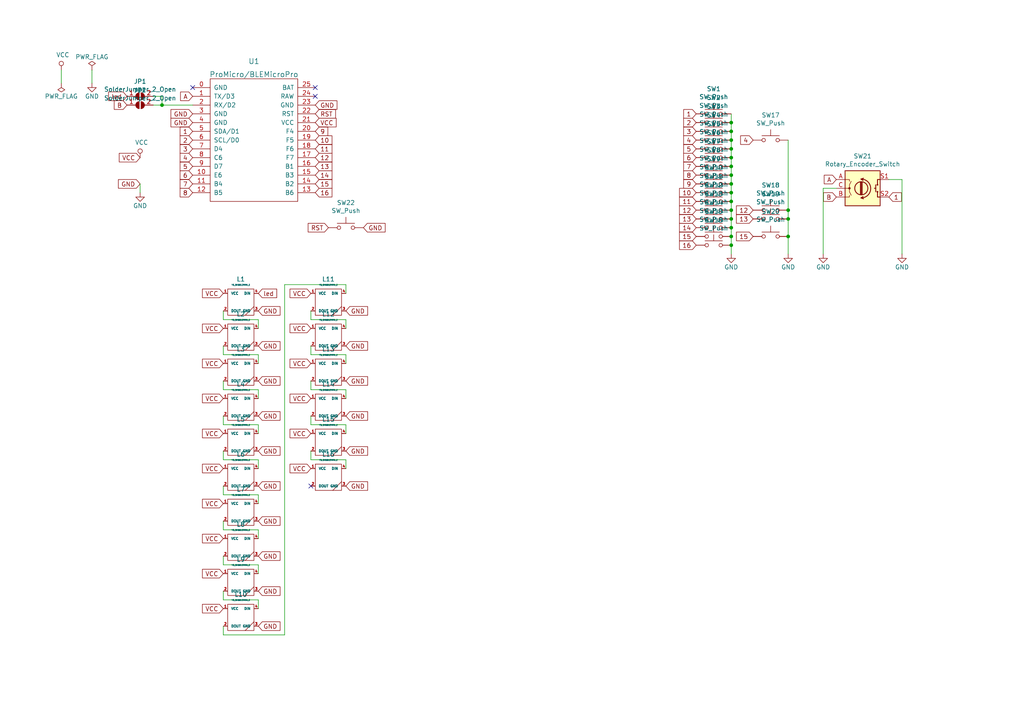
<source format=kicad_sch>
(kicad_sch (version 20210406) (generator eeschema)
  (paper "A4")
  (title_block (title "Suzuri Keypad") (rev "1") (company "@e3w2q"))
  (lib_symbols
    (symbol "#library:BLEMicroPro" (pin_names (offset 1.016))
      (property "Reference" "U" (at 0 26.67 0))
      (property "Value" "BLEMicroPro" (at 0 -13.97 0))
      (symbol "BLEMicroPro_0_1"
        (rectangle (start -12.7 24.13) (end 12.7 -11.43))
      )
      (symbol "BLEMicroPro_1_1"
        (pin input line (at -17.78 21.59 0) (length 5.08) (name "GND") (number "0"))
        (pin bidirectional line (at -17.78 19.05 0) (length 5.08) (name "TX/D3") (number "1"))
        (pin bidirectional line (at -17.78 -3.81 0) (length 5.08) (name "E6") (number "10"))
        (pin bidirectional line (at -17.78 -6.35 0) (length 5.08) (name "B4") (number "11"))
        (pin bidirectional line (at -17.78 -8.89 0) (length 5.08) (name "B5") (number "12"))
        (pin bidirectional line (at 17.78 -8.89 180) (length 5.08) (name "B6") (number "13"))
        (pin bidirectional line (at 17.78 -6.35 180) (length 5.08) (name "B2") (number "14"))
        (pin bidirectional line (at 17.78 -3.81 180) (length 5.08) (name "B3") (number "15"))
        (pin bidirectional line (at 17.78 -1.27 180) (length 5.08) (name "B1") (number "16"))
        (pin bidirectional line (at 17.78 1.27 180) (length 5.08) (name "F7") (number "17"))
        (pin bidirectional line (at 17.78 3.81 180) (length 5.08) (name "F6") (number "18"))
        (pin bidirectional line (at 17.78 6.35 180) (length 5.08) (name "F5") (number "19"))
        (pin bidirectional line (at -17.78 16.51 0) (length 5.08) (name "RX/D2") (number "2"))
        (pin bidirectional line (at 17.78 8.89 180) (length 5.08) (name "F4") (number "20"))
        (pin power_in line (at 17.78 11.43 180) (length 5.08) (name "VCC") (number "21"))
        (pin input line (at 17.78 13.97 180) (length 5.08) (name "RST") (number "22"))
        (pin power_in line (at 17.78 16.51 180) (length 5.08) (name "GND") (number "23"))
        (pin power_out line (at 17.78 19.05 180) (length 5.08) (name "RAW") (number "24"))
        (pin input line (at 17.78 21.59 180) (length 5.08) (name "BAT") (number "25"))
        (pin power_in line (at -17.78 13.97 0) (length 5.08) (name "GND") (number "3"))
        (pin power_in line (at -17.78 11.43 0) (length 5.08) (name "GND") (number "4"))
        (pin bidirectional line (at -17.78 8.89 0) (length 5.08) (name "SDA/D1") (number "5"))
        (pin bidirectional line (at -17.78 6.35 0) (length 5.08) (name "SCL/D0") (number "6"))
        (pin bidirectional line (at -17.78 3.81 0) (length 5.08) (name "D4") (number "7"))
        (pin bidirectional line (at -17.78 1.27 0) (length 5.08) (name "C6") (number "8"))
        (pin bidirectional line (at -17.78 -1.27 0) (length 5.08) (name "D7") (number "9"))
      )
    )
    (symbol "#library:Rotary_Encoder_Switch" (pin_names (offset 0.254) hide)
      (property "Reference" "SW" (at 0 6.604 0))
      (property "Value" "Rotary_Encoder_Switch" (at 0 -6.604 0))
      (symbol "Rotary_Encoder_Switch_0_1"
        (arc (start -0.381 -2.794) (end -0.381 2.667) (radius (at -0.381 -0.0508) (length 2.7432) (angles -89.9 89.9)) (stroke (width 0.254)))
        (circle (center -0.381 0) (radius 1.905) (stroke (width 0.254)))
        (circle (center 4.318 -1.016) (radius 0.127) (stroke (width 0.254)))
        (circle (center 4.318 1.016) (radius 0.127) (stroke (width 0.254)))
        (circle (center -3.81 0) (radius 0.254) (fill (type outline)))
        (rectangle (start -5.08 5.08) (end 5.08 -5.08) (stroke (width 0.254)) (fill (type background)))
        (polyline (pts (xy -0.635 -1.778) (xy -0.635 1.778)) (stroke (width 0.254)))
        (polyline (pts (xy -0.381 -1.778) (xy -0.381 1.778)) (stroke (width 0.254)))
        (polyline (pts (xy -0.127 1.778) (xy -0.127 -1.778)) (stroke (width 0.254)))
        (polyline (pts (xy 3.81 0) (xy 3.429 0)) (stroke (width 0.254)))
        (polyline (pts (xy 3.81 1.016) (xy 3.81 -1.016)) (stroke (width 0.254)))
        (polyline (pts (xy -5.08 -2.54) (xy -3.81 -2.54) (xy -3.81 -2.032)))
        (polyline (pts (xy -5.08 2.54) (xy -3.81 2.54) (xy -3.81 2.032)))
        (polyline (pts (xy 0.254 -3.048) (xy -0.508 -2.794) (xy 0.127 -2.413)) (stroke (width 0.254)))
        (polyline (pts (xy 0.254 2.921) (xy -0.508 2.667) (xy 0.127 2.286)) (stroke (width 0.254)))
        (polyline (pts (xy 5.08 -2.54) (xy 4.318 -2.54) (xy 4.318 -1.016)) (stroke (width 0.254)))
        (polyline (pts (xy 5.08 2.54) (xy 4.318 2.54) (xy 4.318 1.016)) (stroke (width 0.254)))
        (polyline (pts (xy -5.08 0) (xy -3.81 0) (xy -3.81 -1.016) (xy -3.302 -2.032)))
        (polyline (pts (xy -4.318 0) (xy -3.81 0) (xy -3.81 1.016) (xy -3.302 2.032)))
      )
      (symbol "Rotary_Encoder_Switch_1_1"
        (pin passive line (at -7.62 2.54 0) (length 2.54) (name "A") (number "A"))
        (pin passive line (at -7.62 -2.54 0) (length 2.54) (name "B") (number "B"))
        (pin passive line (at -7.62 0 0) (length 2.54) (name "C") (number "C"))
        (pin passive line (at 7.62 2.54 180) (length 2.54) (name "S1") (number "S1"))
        (pin passive line (at 7.62 -2.54 180) (length 2.54) (name "S2") (number "S2"))
      )
    )
    (symbol "#library:SW_Push" (pin_numbers hide) (pin_names (offset 1.016) hide)
      (property "Reference" "SW" (at 1.27 2.54 0))
      (property "Value" "SW_Push" (at 0 -1.524 0))
      (symbol "SW_Push_0_1"
        (circle (center -2.032 0) (radius 0.508))
        (circle (center 2.032 0) (radius 0.508))
        (polyline (pts (xy 0 1.27) (xy 0 3.048)))
        (polyline (pts (xy 2.54 1.27) (xy -2.54 1.27)))
        (pin passive line (at -5.08 0 0) (length 2.54) (name "1") (number "1"))
        (pin passive line (at 5.08 0 180) (length 2.54) (name "2") (number "2"))
      )
    )
    (symbol "#library:YS_SK6812MINI_E" (pin_names (offset 1.016))
      (property "Reference" "L" (at 0 0 0))
      (property "Value" "YS_SK6812MINI_E" (at 0 -1.27 0))
      (symbol "YS_SK6812MINI_E_0_1"
        (rectangle (start -3.81 3.81) (end 3.81 -3.81))
        (polyline (pts (xy 1.27 -3.81) (xy 3.81 -1.27)))
      )
      (symbol "YS_SK6812MINI_E_1_1"
        (pin power_in line (at -5.08 2.54 0) (length 1.1938) (name "VCC") (number "1"))
        (pin output line (at -5.08 -2.54 0) (length 1.1938) (name "DOUT") (number "2"))
        (pin power_out line (at 5.08 -2.54 180) (length 1.1938) (name "GND") (number "3"))
        (pin input line (at 5.08 2.54 180) (length 1.1938) (name "DIN") (number "4"))
      )
    )
    (symbol "#library:YS_SK6812MINI_E_1" (pin_names (offset 1.016))
      (property "Reference" "L8" (at 0 6.6548 0))
      (property "Value" "YS_SK6812MINI_E" (at 0 5.0038 0))
      (symbol "YS_SK6812MINI_E_1_0_1"
        (rectangle (start -3.81 3.81) (end 3.81 -3.81))
        (polyline (pts (xy 1.27 -3.81) (xy 3.81 -1.27)))
      )
      (symbol "YS_SK6812MINI_E_1_1_1"
        (pin power_in line (at -5.08 2.54 0) (length 1.1938) (name "VCC") (number "1"))
        (pin output line (at -5.08 -2.54 0) (length 1.1938) (name "DOUT") (number "2"))
        (pin power_out line (at 5.08 -2.54 180) (length 1.1938) (name "GND") (number "3"))
        (pin input line (at 5.08 2.54 180) (length 1.1938) (name "DIN") (number "4"))
      )
    )
    (symbol "Jumper:SolderJumper_2_Open" (pin_names (offset 0) hide)
      (property "Reference" "JP" (at 0 2.032 0))
      (property "Value" "SolderJumper_2_Open" (at 0 -2.54 0))
      (symbol "SolderJumper_2_Open_0_1"
        (arc (start -0.254 1.016) (end -0.254 -1.016) (radius (at -0.254 0) (length 1.016) (angles 90.1 -90.1)))
        (arc (start 0.254 -1.016) (end 0.254 1.016) (radius (at 0.254 0) (length 1.016) (angles -89.9 89.9)))
        (arc (start -0.254 1.016) (end -0.254 -1.016) (radius (at -0.254 0) (length 1.016) (angles 90.1 -90.1)) (fill (type outline)))
        (arc (start 0.254 -1.016) (end 0.254 1.016) (radius (at 0.254 0) (length 1.016) (angles -89.9 89.9)) (fill (type outline)))
        (polyline (pts (xy -0.254 1.016) (xy -0.254 -1.016)))
        (polyline (pts (xy 0.254 1.016) (xy 0.254 -1.016)))
      )
      (symbol "SolderJumper_2_Open_1_1"
        (pin passive line (at -3.81 0 0) (length 2.54) (name "A") (number "1"))
        (pin passive line (at 3.81 0 180) (length 2.54) (name "B") (number "2"))
      )
    )
    (symbol "power:GND" (power) (pin_names (offset 0))
      (property "Value" "GND" (at 0 -3.81 0))
      (symbol "GND_0_1"
        (polyline (pts (xy 0 0) (xy 0 -1.27) (xy 1.27 -1.27) (xy 0 -2.54) (xy -1.27 -1.27) (xy 0 -1.27)))
      )
      (symbol "GND_1_1"
        (pin power_in line (at 0 0 270) (length 0) hide (name "GND") (number "1"))
      )
    )
    (symbol "power:PWR_FLAG" (power) (pin_numbers hide) (pin_names (offset 0) hide)
      (property "Value" "PWR_FLAG" (at 0 3.81 0))
      (symbol "PWR_FLAG_0_0"
        (pin power_out line (at 0 0 90) (length 0) (name "pwr") (number "1"))
      )
      (symbol "PWR_FLAG_0_1"
        (polyline (pts (xy 0 0) (xy 0 1.27) (xy -1.016 1.905) (xy 0 2.54) (xy 1.016 1.905) (xy 0 1.27)))
      )
    )
    (symbol "power:VCC" (power) (pin_names (offset 0))
      (property "Value" "VCC" (at 0 3.81 0))
      (symbol "VCC_0_1"
        (circle (center 0 1.905) (radius 0.635))
        (polyline (pts (xy 0 0) (xy 0 1.27)))
      )
      (symbol "VCC_1_1"
        (pin power_in line (at 0 0 90) (length 0) hide (name "VCC") (number "1"))
      )
    )
  )
  (junction (at 46.99 30.48) (diameter 0.9144))
  (junction (at 212.09 35.56) (diameter 0.9144))
  (junction (at 212.09 38.1) (diameter 0.9144))
  (junction (at 212.09 40.64) (diameter 0.9144))
  (junction (at 212.09 43.18) (diameter 0.9144))
  (junction (at 212.09 45.72) (diameter 0.9144))
  (junction (at 212.09 48.26) (diameter 0.9144))
  (junction (at 212.09 50.8) (diameter 0.9144))
  (junction (at 212.09 53.34) (diameter 0.9144))
  (junction (at 212.09 55.88) (diameter 0.9144))
  (junction (at 212.09 58.42) (diameter 0.9144))
  (junction (at 212.09 60.96) (diameter 0.9144))
  (junction (at 212.09 63.5) (diameter 0.9144))
  (junction (at 212.09 66.04) (diameter 0.9144))
  (junction (at 212.09 68.58) (diameter 0.9144))
  (junction (at 212.09 71.12) (diameter 0.9144))
  (junction (at 228.6 60.96) (diameter 0.9144))
  (junction (at 228.6 63.5) (diameter 0.9144))
  (junction (at 228.6 68.58) (diameter 0.9144))
  (no_connect (at 55.88 25.4))
  (no_connect (at 90.17 140.97))
  (no_connect (at 91.44 25.4))
  (no_connect (at 91.44 27.94))
  (wire (pts (xy 17.78 20.32) (xy 17.78 24.13)))
  (wire (pts (xy 26.67 20.32) (xy 26.67 24.13)))
  (wire (pts (xy 40.64 53.34) (xy 40.64 55.88)))
  (wire (pts (xy 44.45 27.94) (xy 46.99 27.94)))
  (wire (pts (xy 44.45 30.48) (xy 46.99 30.48)))
  (wire (pts (xy 46.99 27.94) (xy 46.99 30.48)))
  (wire (pts (xy 46.99 30.48) (xy 55.88 30.48)))
  (wire (pts (xy 64.77 90.17) (xy 64.77 92.71)))
  (wire (pts (xy 64.77 92.71) (xy 74.93 92.71)))
  (wire (pts (xy 64.77 100.33) (xy 64.77 102.87)))
  (wire (pts (xy 64.77 102.87) (xy 74.93 102.87)))
  (wire (pts (xy 64.77 110.49) (xy 64.77 113.03)))
  (wire (pts (xy 64.77 113.03) (xy 74.93 113.03)))
  (wire (pts (xy 64.77 120.65) (xy 64.77 123.19)))
  (wire (pts (xy 64.77 123.19) (xy 74.93 123.19)))
  (wire (pts (xy 64.77 130.81) (xy 64.77 133.35)))
  (wire (pts (xy 64.77 133.35) (xy 74.93 133.35)))
  (wire (pts (xy 64.77 140.97) (xy 64.77 143.51)))
  (wire (pts (xy 64.77 143.51) (xy 74.93 143.51)))
  (wire (pts (xy 64.77 151.13) (xy 64.77 153.67)))
  (wire (pts (xy 64.77 153.67) (xy 74.93 153.67)))
  (wire (pts (xy 64.77 161.29) (xy 64.77 163.83)))
  (wire (pts (xy 64.77 163.83) (xy 74.93 163.83)))
  (wire (pts (xy 64.77 171.45) (xy 64.77 173.99)))
  (wire (pts (xy 64.77 173.99) (xy 74.93 173.99)))
  (wire (pts (xy 64.77 181.61) (xy 64.77 184.15)))
  (wire (pts (xy 64.77 184.15) (xy 82.55 184.15)))
  (wire (pts (xy 74.93 92.71) (xy 74.93 95.25)))
  (wire (pts (xy 74.93 102.87) (xy 74.93 105.41)))
  (wire (pts (xy 74.93 113.03) (xy 74.93 115.57)))
  (wire (pts (xy 74.93 123.19) (xy 74.93 125.73)))
  (wire (pts (xy 74.93 133.35) (xy 74.93 135.89)))
  (wire (pts (xy 74.93 143.51) (xy 74.93 146.05)))
  (wire (pts (xy 74.93 153.67) (xy 74.93 156.21)))
  (wire (pts (xy 74.93 163.83) (xy 74.93 166.37)))
  (wire (pts (xy 74.93 173.99) (xy 74.93 176.53)))
  (wire (pts (xy 82.55 82.55) (xy 100.33 82.55)))
  (wire (pts (xy 82.55 184.15) (xy 82.55 82.55)))
  (wire (pts (xy 90.17 90.17) (xy 90.17 92.71)))
  (wire (pts (xy 90.17 92.71) (xy 100.33 92.71)))
  (wire (pts (xy 90.17 100.33) (xy 90.17 102.87)))
  (wire (pts (xy 90.17 102.87) (xy 100.33 102.87)))
  (wire (pts (xy 90.17 110.49) (xy 90.17 113.03)))
  (wire (pts (xy 90.17 113.03) (xy 100.33 113.03)))
  (wire (pts (xy 90.17 120.65) (xy 90.17 123.19)))
  (wire (pts (xy 90.17 123.19) (xy 100.33 123.19)))
  (wire (pts (xy 90.17 130.81) (xy 90.17 133.35)))
  (wire (pts (xy 90.17 133.35) (xy 100.33 133.35)))
  (wire (pts (xy 100.33 82.55) (xy 100.33 85.09)))
  (wire (pts (xy 100.33 92.71) (xy 100.33 95.25)))
  (wire (pts (xy 100.33 102.87) (xy 100.33 105.41)))
  (wire (pts (xy 100.33 113.03) (xy 100.33 115.57)))
  (wire (pts (xy 100.33 123.19) (xy 100.33 125.73)))
  (wire (pts (xy 100.33 133.35) (xy 100.33 135.89)))
  (wire (pts (xy 212.09 33.02) (xy 212.09 35.56)))
  (wire (pts (xy 212.09 35.56) (xy 212.09 38.1)))
  (wire (pts (xy 212.09 38.1) (xy 212.09 40.64)))
  (wire (pts (xy 212.09 40.64) (xy 212.09 43.18)))
  (wire (pts (xy 212.09 43.18) (xy 212.09 45.72)))
  (wire (pts (xy 212.09 45.72) (xy 212.09 48.26)))
  (wire (pts (xy 212.09 48.26) (xy 212.09 50.8)))
  (wire (pts (xy 212.09 50.8) (xy 212.09 53.34)))
  (wire (pts (xy 212.09 53.34) (xy 212.09 55.88)))
  (wire (pts (xy 212.09 55.88) (xy 212.09 58.42)))
  (wire (pts (xy 212.09 58.42) (xy 212.09 60.96)))
  (wire (pts (xy 212.09 60.96) (xy 212.09 63.5)))
  (wire (pts (xy 212.09 63.5) (xy 212.09 66.04)))
  (wire (pts (xy 212.09 66.04) (xy 212.09 68.58)))
  (wire (pts (xy 212.09 68.58) (xy 212.09 71.12)))
  (wire (pts (xy 212.09 71.12) (xy 212.09 73.66)))
  (wire (pts (xy 228.6 40.64) (xy 228.6 60.96)))
  (wire (pts (xy 228.6 60.96) (xy 228.6 63.5)))
  (wire (pts (xy 228.6 63.5) (xy 228.6 68.58)))
  (wire (pts (xy 228.6 68.58) (xy 228.6 73.66)))
  (wire (pts (xy 238.76 54.61) (xy 238.76 73.66)))
  (wire (pts (xy 242.57 54.61) (xy 238.76 54.61)))
  (wire (pts (xy 261.62 52.07) (xy 257.81 52.07)))
  (wire (pts (xy 261.62 73.66) (xy 261.62 52.07)))
  (global_label "led" (shape input) (at 36.83 27.94 180) (property "Intersheet References" "${INTERSHEET_REFS}" (effects hide)))
  (global_label "B" (shape input) (at 36.83 30.48 180) (property "Intersheet References" "${INTERSHEET_REFS}" (effects hide)))
  (global_label "VCC" (shape input) (at 40.64 45.72 180) (property "Intersheet References" "${INTERSHEET_REFS}" (effects hide)))
  (global_label "GND" (shape input) (at 40.64 53.34 180) (property "Intersheet References" "${INTERSHEET_REFS}" (effects hide)))
  (global_label "A" (shape input) (at 55.88 27.94 180) (property "Intersheet References" "${INTERSHEET_REFS}" (effects hide)))
  (global_label "GND" (shape input) (at 55.88 33.02 180) (property "Intersheet References" "${INTERSHEET_REFS}" (effects hide)))
  (global_label "GND" (shape input) (at 55.88 35.56 180) (property "Intersheet References" "${INTERSHEET_REFS}" (effects hide)))
  (global_label "1" (shape input) (at 55.88 38.1 180) (property "Intersheet References" "${INTERSHEET_REFS}" (effects hide)))
  (global_label "2" (shape input) (at 55.88 40.64 180) (property "Intersheet References" "${INTERSHEET_REFS}" (effects hide)))
  (global_label "3" (shape input) (at 55.88 43.18 180) (property "Intersheet References" "${INTERSHEET_REFS}" (effects hide)))
  (global_label "4" (shape input) (at 55.88 45.72 180) (property "Intersheet References" "${INTERSHEET_REFS}" (effects hide)))
  (global_label "5" (shape input) (at 55.88 48.26 180) (property "Intersheet References" "${INTERSHEET_REFS}" (effects hide)))
  (global_label "6" (shape input) (at 55.88 50.8 180) (property "Intersheet References" "${INTERSHEET_REFS}" (effects hide)))
  (global_label "7" (shape input) (at 55.88 53.34 180) (property "Intersheet References" "${INTERSHEET_REFS}" (effects hide)))
  (global_label "8" (shape input) (at 55.88 55.88 180) (property "Intersheet References" "${INTERSHEET_REFS}" (effects hide)))
  (global_label "VCC" (shape input) (at 64.77 85.09 180) (property "Intersheet References" "${INTERSHEET_REFS}" (effects hide)))
  (global_label "VCC" (shape input) (at 64.77 95.25 180) (property "Intersheet References" "${INTERSHEET_REFS}" (effects hide)))
  (global_label "VCC" (shape input) (at 64.77 105.41 180) (property "Intersheet References" "${INTERSHEET_REFS}" (effects hide)))
  (global_label "VCC" (shape input) (at 64.77 115.57 180) (property "Intersheet References" "${INTERSHEET_REFS}" (effects hide)))
  (global_label "VCC" (shape input) (at 64.77 125.73 180) (property "Intersheet References" "${INTERSHEET_REFS}" (effects hide)))
  (global_label "VCC" (shape input) (at 64.77 135.89 180) (property "Intersheet References" "${INTERSHEET_REFS}" (effects hide)))
  (global_label "VCC" (shape input) (at 64.77 146.05 180) (property "Intersheet References" "${INTERSHEET_REFS}" (effects hide)))
  (global_label "VCC" (shape input) (at 64.77 156.21 180) (property "Intersheet References" "${INTERSHEET_REFS}" (effects hide)))
  (global_label "VCC" (shape input) (at 64.77 166.37 180) (property "Intersheet References" "${INTERSHEET_REFS}" (effects hide)))
  (global_label "VCC" (shape input) (at 64.77 176.53 180) (property "Intersheet References" "${INTERSHEET_REFS}" (effects hide)))
  (global_label "led" (shape input) (at 74.93 85.09 0) (property "Intersheet References" "${INTERSHEET_REFS}" (effects hide)))
  (global_label "GND" (shape input) (at 74.93 90.17 0) (property "Intersheet References" "${INTERSHEET_REFS}" (effects hide)))
  (global_label "GND" (shape input) (at 74.93 100.33 0) (property "Intersheet References" "${INTERSHEET_REFS}" (effects hide)))
  (global_label "GND" (shape input) (at 74.93 110.49 0) (property "Intersheet References" "${INTERSHEET_REFS}" (effects hide)))
  (global_label "GND" (shape input) (at 74.93 120.65 0) (property "Intersheet References" "${INTERSHEET_REFS}" (effects hide)))
  (global_label "GND" (shape input) (at 74.93 130.81 0) (property "Intersheet References" "${INTERSHEET_REFS}" (effects hide)))
  (global_label "GND" (shape input) (at 74.93 140.97 0) (property "Intersheet References" "${INTERSHEET_REFS}" (effects hide)))
  (global_label "GND" (shape input) (at 74.93 151.13 0) (property "Intersheet References" "${INTERSHEET_REFS}" (effects hide)))
  (global_label "GND" (shape input) (at 74.93 161.29 0) (property "Intersheet References" "${INTERSHEET_REFS}" (effects hide)))
  (global_label "GND" (shape input) (at 74.93 171.45 0) (property "Intersheet References" "${INTERSHEET_REFS}" (effects hide)))
  (global_label "GND" (shape input) (at 74.93 181.61 0) (property "Intersheet References" "${INTERSHEET_REFS}" (effects hide)))
  (global_label "VCC" (shape input) (at 90.17 85.09 180) (property "Intersheet References" "${INTERSHEET_REFS}" (effects hide)))
  (global_label "VCC" (shape input) (at 90.17 95.25 180) (property "Intersheet References" "${INTERSHEET_REFS}" (effects hide)))
  (global_label "VCC" (shape input) (at 90.17 105.41 180) (property "Intersheet References" "${INTERSHEET_REFS}" (effects hide)))
  (global_label "VCC" (shape input) (at 90.17 115.57 180) (property "Intersheet References" "${INTERSHEET_REFS}" (effects hide)))
  (global_label "VCC" (shape input) (at 90.17 125.73 180) (property "Intersheet References" "${INTERSHEET_REFS}" (effects hide)))
  (global_label "VCC" (shape input) (at 90.17 135.89 180) (property "Intersheet References" "${INTERSHEET_REFS}" (effects hide)))
  (global_label "GND" (shape input) (at 91.44 30.48 0) (property "Intersheet References" "${INTERSHEET_REFS}" (effects hide)))
  (global_label "RST" (shape input) (at 91.44 33.02 0) (property "Intersheet References" "${INTERSHEET_REFS}" (effects hide)))
  (global_label "VCC" (shape input) (at 91.44 35.56 0) (property "Intersheet References" "${INTERSHEET_REFS}" (effects hide)))
  (global_label "9" (shape input) (at 91.44 38.1 0) (property "Intersheet References" "${INTERSHEET_REFS}" (effects hide)))
  (global_label "10" (shape input) (at 91.44 40.64 0) (property "Intersheet References" "${INTERSHEET_REFS}" (effects hide)))
  (global_label "11" (shape input) (at 91.44 43.18 0) (property "Intersheet References" "${INTERSHEET_REFS}" (effects hide)))
  (global_label "12" (shape input) (at 91.44 45.72 0) (property "Intersheet References" "${INTERSHEET_REFS}" (effects hide)))
  (global_label "13" (shape input) (at 91.44 48.26 0) (property "Intersheet References" "${INTERSHEET_REFS}" (effects hide)))
  (global_label "14" (shape input) (at 91.44 50.8 0) (property "Intersheet References" "${INTERSHEET_REFS}" (effects hide)))
  (global_label "15" (shape input) (at 91.44 53.34 0) (property "Intersheet References" "${INTERSHEET_REFS}" (effects hide)))
  (global_label "16" (shape input) (at 91.44 55.88 0) (property "Intersheet References" "${INTERSHEET_REFS}" (effects hide)))
  (global_label "RST" (shape input) (at 95.25 66.04 180) (property "Intersheet References" "${INTERSHEET_REFS}" (effects hide)))
  (global_label "GND" (shape input) (at 100.33 90.17 0) (property "Intersheet References" "${INTERSHEET_REFS}" (effects hide)))
  (global_label "GND" (shape input) (at 100.33 100.33 0) (property "Intersheet References" "${INTERSHEET_REFS}" (effects hide)))
  (global_label "GND" (shape input) (at 100.33 110.49 0) (property "Intersheet References" "${INTERSHEET_REFS}" (effects hide)))
  (global_label "GND" (shape input) (at 100.33 120.65 0) (property "Intersheet References" "${INTERSHEET_REFS}" (effects hide)))
  (global_label "GND" (shape input) (at 100.33 130.81 0) (property "Intersheet References" "${INTERSHEET_REFS}" (effects hide)))
  (global_label "GND" (shape input) (at 100.33 140.97 0) (property "Intersheet References" "${INTERSHEET_REFS}" (effects hide)))
  (global_label "GND" (shape input) (at 105.41 66.04 0) (property "Intersheet References" "${INTERSHEET_REFS}" (effects hide)))
  (global_label "1" (shape input) (at 201.93 33.02 180) (property "Intersheet References" "${INTERSHEET_REFS}" (effects hide)))
  (global_label "2" (shape input) (at 201.93 35.56 180) (property "Intersheet References" "${INTERSHEET_REFS}" (effects hide)))
  (global_label "3" (shape input) (at 201.93 38.1 180) (property "Intersheet References" "${INTERSHEET_REFS}" (effects hide)))
  (global_label "4" (shape input) (at 201.93 40.64 180) (property "Intersheet References" "${INTERSHEET_REFS}" (effects hide)))
  (global_label "5" (shape input) (at 201.93 43.18 180) (property "Intersheet References" "${INTERSHEET_REFS}" (effects hide)))
  (global_label "6" (shape input) (at 201.93 45.72 180) (property "Intersheet References" "${INTERSHEET_REFS}" (effects hide)))
  (global_label "7" (shape input) (at 201.93 48.26 180) (property "Intersheet References" "${INTERSHEET_REFS}" (effects hide)))
  (global_label "8" (shape input) (at 201.93 50.8 180) (property "Intersheet References" "${INTERSHEET_REFS}" (effects hide)))
  (global_label "9" (shape input) (at 201.93 53.34 180) (property "Intersheet References" "${INTERSHEET_REFS}" (effects hide)))
  (global_label "10" (shape input) (at 201.93 55.88 180) (property "Intersheet References" "${INTERSHEET_REFS}" (effects hide)))
  (global_label "11" (shape input) (at 201.93 58.42 180) (property "Intersheet References" "${INTERSHEET_REFS}" (effects hide)))
  (global_label "12" (shape input) (at 201.93 60.96 180) (property "Intersheet References" "${INTERSHEET_REFS}" (effects hide)))
  (global_label "13" (shape input) (at 201.93 63.5 180) (property "Intersheet References" "${INTERSHEET_REFS}" (effects hide)))
  (global_label "14" (shape input) (at 201.93 66.04 180) (property "Intersheet References" "${INTERSHEET_REFS}" (effects hide)))
  (global_label "15" (shape input) (at 201.93 68.58 180) (property "Intersheet References" "${INTERSHEET_REFS}" (effects hide)))
  (global_label "16" (shape input) (at 201.93 71.12 180) (property "Intersheet References" "${INTERSHEET_REFS}" (effects hide)))
  (global_label "4" (shape input) (at 218.44 40.64 180) (property "Intersheet References" "${INTERSHEET_REFS}" (effects hide)))
  (global_label "12" (shape input) (at 218.44 60.96 180) (property "Intersheet References" "${INTERSHEET_REFS}" (effects hide)))
  (global_label "13" (shape input) (at 218.44 63.5 180) (property "Intersheet References" "${INTERSHEET_REFS}" (effects hide)))
  (global_label "15" (shape input) (at 218.44 68.58 180) (property "Intersheet References" "${INTERSHEET_REFS}" (effects hide)))
  (global_label "A" (shape input) (at 242.57 52.07 180) (property "Intersheet References" "${INTERSHEET_REFS}" (effects hide)))
  (global_label "B" (shape input) (at 242.57 57.15 180) (property "Intersheet References" "${INTERSHEET_REFS}" (effects hide)))
  (global_label "1" (shape input) (at 257.81 57.15 0) (property "Intersheet References" "${INTERSHEET_REFS}" (effects hide)))
  (symbol (lib_id "power:VCC") (at 17.78 20.32 0) (unit 1)
    (property "Reference" "#PWR01" (effects hide))
    (property "Value" "VCC" (at 18.2118 15.9258 0))
  )
  (symbol (lib_id "power:VCC") (at 40.64 45.72 0) (unit 1)
    (property "Reference" "#PWR03" (effects hide))
    (property "Value" "VCC" (at 41.0718 41.3258 0))
  )
  (symbol (lib_id "power:PWR_FLAG") (at 17.78 24.13 180) (unit 1)
    (property "Reference" "#FLG02" (effects hide))
    (property "Value" "PWR_FLAG" (at 17.78 27.94 0))
  )
  (symbol (lib_id "power:PWR_FLAG") (at 26.67 20.32 0) (unit 1)
    (property "Reference" "#FLG01" (effects hide))
    (property "Value" "PWR_FLAG" (at 26.67 16.51 0))
  )
  (symbol (lib_id "power:GND") (at 26.67 24.13 0) (unit 1)
    (property "Reference" "#PWR02" (effects hide))
    (property "Value" "GND" (at 26.67 27.94 0))
  )
  (symbol (lib_id "power:GND") (at 40.64 55.88 0) (unit 1)
    (property "Reference" "#PWR05" (effects hide))
    (property "Value" "GND" (at 40.64 59.69 0))
  )
  (symbol (lib_id "power:GND") (at 212.09 73.66 0) (mirror y) (unit 1)
    (property "Reference" "#PWR08" (effects hide))
    (property "Value" "GND" (at 212.09 77.47 0))
  )
  (symbol (lib_id "power:GND") (at 228.6 73.66 0) (mirror y) (unit 1)
    (property "Reference" "#PWR07" (effects hide))
    (property "Value" "GND" (at 228.6 77.47 0))
  )
  (symbol (lib_id "power:GND") (at 238.76 73.66 0) (mirror y) (unit 1)
    (property "Reference" "#PWR04" (effects hide))
    (property "Value" "GND" (at 238.76 77.47 0))
  )
  (symbol (lib_id "power:GND") (at 261.62 73.66 0) (mirror y) (unit 1)
    (property "Reference" "#PWR06" (effects hide))
    (property "Value" "GND" (at 261.62 77.47 0))
  )
  (symbol (lib_id "Jumper:SolderJumper_2_Open") (at 40.64 27.94 0) (unit 1)
    (property "Reference" "JP1" (at 40.64 23.6178 0))
    (property "Value" "SolderJumper_2_Open" (at 40.64 25.9165 0))
    (property "Footprint" "#footprint:SolderJumper-2_P1.3mm_Open_Pad1.0x1.0mm" (effects hide))
  )
  (symbol (lib_id "Jumper:SolderJumper_2_Open") (at 40.64 30.48 0) (unit 1)
    (property "Reference" "JP2" (at 40.64 26.1578 0))
    (property "Value" "SolderJumper_2_Open" (at 40.64 28.4565 0))
    (property "Footprint" "#footprint:SolderJumper-2_P1.3mm_Open_Pad1.0x1.0mm" (effects hide))
  )
  (symbol (lib_id "#library:SW_Push") (at 100.33 66.04 0) (unit 1)
    (property "Reference" "SW22" (at 100.33 58.801 0))
    (property "Value" "SW_Push" (at 100.33 61.1124 0))
    (property "Footprint" "#footprint:ResetSW" (effects hide))
  )
  (symbol (lib_id "#library:SW_Push") (at 207.01 33.02 0) (unit 1)
    (property "Reference" "SW1" (at 207.01 25.781 0))
    (property "Value" "SW_Push" (at 207.01 28.0924 0))
    (property "Footprint" "#footprint:CherryMX" (effects hide))
  )
  (symbol (lib_id "#library:SW_Push") (at 207.01 35.56 0) (unit 1)
    (property "Reference" "SW2" (at 207.01 28.321 0))
    (property "Value" "SW_Push" (at 207.01 30.6324 0))
    (property "Footprint" "#footprint:CherryMX" (effects hide))
  )
  (symbol (lib_id "#library:SW_Push") (at 207.01 38.1 0) (unit 1)
    (property "Reference" "SW3" (at 207.01 30.861 0))
    (property "Value" "SW_Push" (at 207.01 33.1724 0))
    (property "Footprint" "#footprint:CherryMX" (effects hide))
  )
  (symbol (lib_id "#library:SW_Push") (at 207.01 40.64 0) (unit 1)
    (property "Reference" "SW4" (at 207.01 33.401 0))
    (property "Value" "SW_Push" (at 207.01 35.7124 0))
    (property "Footprint" "#footprint:CherryMX" (effects hide))
  )
  (symbol (lib_id "#library:SW_Push") (at 207.01 43.18 0) (unit 1)
    (property "Reference" "SW5" (at 207.01 35.941 0))
    (property "Value" "SW_Push" (at 207.01 38.2524 0))
    (property "Footprint" "#footprint:CherryMX" (effects hide))
  )
  (symbol (lib_id "#library:SW_Push") (at 207.01 45.72 0) (unit 1)
    (property "Reference" "SW6" (at 207.01 38.481 0))
    (property "Value" "SW_Push" (at 207.01 40.7924 0))
    (property "Footprint" "#footprint:CherryMX" (effects hide))
  )
  (symbol (lib_id "#library:SW_Push") (at 207.01 48.26 0) (unit 1)
    (property "Reference" "SW7" (at 207.01 41.021 0))
    (property "Value" "SW_Push" (at 207.01 43.3324 0))
    (property "Footprint" "#footprint:CherryMX" (effects hide))
  )
  (symbol (lib_id "#library:SW_Push") (at 207.01 50.8 0) (unit 1)
    (property "Reference" "SW8" (at 207.01 43.561 0))
    (property "Value" "SW_Push" (at 207.01 45.8724 0))
    (property "Footprint" "#footprint:CherryMX" (effects hide))
  )
  (symbol (lib_id "#library:SW_Push") (at 207.01 53.34 0) (unit 1)
    (property "Reference" "SW9" (at 207.01 46.101 0))
    (property "Value" "SW_Push" (at 207.01 48.4124 0))
    (property "Footprint" "#footprint:CherryMX" (effects hide))
  )
  (symbol (lib_id "#library:SW_Push") (at 207.01 55.88 0) (unit 1)
    (property "Reference" "SW10" (at 207.01 48.641 0))
    (property "Value" "SW_Push" (at 207.01 50.9524 0))
    (property "Footprint" "#footprint:CherryMX" (effects hide))
  )
  (symbol (lib_id "#library:SW_Push") (at 207.01 58.42 0) (unit 1)
    (property "Reference" "SW11" (at 207.01 51.181 0))
    (property "Value" "SW_Push" (at 207.01 53.4924 0))
    (property "Footprint" "#footprint:CherryMX" (effects hide))
  )
  (symbol (lib_id "#library:SW_Push") (at 207.01 60.96 0) (unit 1)
    (property "Reference" "SW12" (at 207.01 53.721 0))
    (property "Value" "SW_Push" (at 207.01 56.0324 0))
    (property "Footprint" "#footprint:CherryMX" (effects hide))
  )
  (symbol (lib_id "#library:SW_Push") (at 207.01 63.5 0) (unit 1)
    (property "Reference" "SW13" (at 207.01 56.261 0))
    (property "Value" "SW_Push" (at 207.01 58.5724 0))
    (property "Footprint" "#footprint:CherryMX" (effects hide))
  )
  (symbol (lib_id "#library:SW_Push") (at 207.01 66.04 0) (unit 1)
    (property "Reference" "SW14" (at 207.01 58.801 0))
    (property "Value" "SW_Push" (at 207.01 61.1124 0))
    (property "Footprint" "#footprint:CherryMX" (effects hide))
  )
  (symbol (lib_id "#library:SW_Push") (at 207.01 68.58 0) (unit 1)
    (property "Reference" "SW15" (at 207.01 61.341 0))
    (property "Value" "SW_Push" (at 207.01 63.6524 0))
    (property "Footprint" "#footprint:CherryMX" (effects hide))
  )
  (symbol (lib_id "#library:SW_Push") (at 207.01 71.12 0) (unit 1)
    (property "Reference" "SW16" (at 207.01 63.881 0))
    (property "Value" "SW_Push" (at 207.01 66.1924 0))
    (property "Footprint" "#footprint:CherryMX" (effects hide))
  )
  (symbol (lib_id "#library:SW_Push") (at 223.52 40.64 0) (unit 1)
    (property "Reference" "SW17" (at 223.52 33.401 0))
    (property "Value" "SW_Push" (at 223.52 35.7124 0))
    (property "Footprint" "#footprint:CherryMX" (effects hide))
  )
  (symbol (lib_id "#library:SW_Push") (at 223.52 60.96 0) (unit 1)
    (property "Reference" "SW18" (at 223.52 53.721 0))
    (property "Value" "SW_Push" (at 223.52 56.0324 0))
    (property "Footprint" "#footprint:CherryMX" (effects hide))
  )
  (symbol (lib_id "#library:SW_Push") (at 223.52 63.5 0) (unit 1)
    (property "Reference" "SW19" (at 223.52 56.261 0))
    (property "Value" "SW_Push" (at 223.52 58.5724 0))
    (property "Footprint" "#footprint:CherryMX" (effects hide))
  )
  (symbol (lib_id "#library:SW_Push") (at 223.52 68.58 0) (unit 1)
    (property "Reference" "SW20" (at 223.52 61.341 0))
    (property "Value" "SW_Push" (at 223.52 63.6524 0))
    (property "Footprint" "#footprint:CherryMX" (effects hide))
  )
  (symbol (lib_id "#library:YS_SK6812MINI_E") (at 69.85 87.63 0) (unit 1)
    (property "Reference" "L1" (at 69.85 80.9752 0) (effects (font (size 1.2954 1.2954))))
    (property "Value" "YS_SK6812MINI_E" (at 69.85 82.6262 0) (effects (font (size 0.4064 0.4064))))
    (property "Footprint" "#footprint:YS-SK6812MINI-E" (effects hide))
  )
  (symbol (lib_id "#library:YS_SK6812MINI_E") (at 69.85 97.79 0) (unit 1)
    (property "Reference" "L2" (at 69.85 91.1352 0) (effects (font (size 1.2954 1.2954))))
    (property "Value" "YS_SK6812MINI_E" (at 69.85 92.7862 0) (effects (font (size 0.4064 0.4064))))
    (property "Footprint" "#footprint:YS-SK6812MINI-E" (effects hide))
  )
  (symbol (lib_id "#library:YS_SK6812MINI_E") (at 69.85 107.95 0) (unit 1)
    (property "Reference" "L3" (at 69.85 101.2952 0) (effects (font (size 1.2954 1.2954))))
    (property "Value" "YS_SK6812MINI_E" (at 69.85 102.9462 0) (effects (font (size 0.4064 0.4064))))
    (property "Footprint" "#footprint:YS-SK6812MINI-E" (effects hide))
  )
  (symbol (lib_id "#library:YS_SK6812MINI_E") (at 69.85 118.11 0) (unit 1)
    (property "Reference" "L4" (at 69.85 111.4552 0) (effects (font (size 1.2954 1.2954))))
    (property "Value" "YS_SK6812MINI_E" (at 69.85 113.1062 0) (effects (font (size 0.4064 0.4064))))
    (property "Footprint" "#footprint:YS-SK6812MINI-E" (effects hide))
  )
  (symbol (lib_id "#library:YS_SK6812MINI_E") (at 69.85 128.27 0) (unit 1)
    (property "Reference" "L5" (at 69.85 121.6152 0) (effects (font (size 1.2954 1.2954))))
    (property "Value" "YS_SK6812MINI_E" (at 69.85 123.2662 0) (effects (font (size 0.4064 0.4064))))
    (property "Footprint" "#footprint:YS-SK6812MINI-E" (effects hide))
  )
  (symbol (lib_id "#library:YS_SK6812MINI_E") (at 69.85 138.43 0) (unit 1)
    (property "Reference" "L6" (at 69.85 131.7752 0) (effects (font (size 1.2954 1.2954))))
    (property "Value" "YS_SK6812MINI_E" (at 69.85 133.4262 0) (effects (font (size 0.4064 0.4064))))
    (property "Footprint" "#footprint:YS-SK6812MINI-E" (effects hide))
  )
  (symbol (lib_id "#library:YS_SK6812MINI_E") (at 69.85 148.59 0) (unit 1)
    (property "Reference" "L7" (at 69.85 141.9352 0) (effects (font (size 1.2954 1.2954))))
    (property "Value" "YS_SK6812MINI_E" (at 69.85 143.5862 0) (effects (font (size 0.4064 0.4064))))
    (property "Footprint" "#footprint:YS-SK6812MINI-E" (effects hide))
  )
  (symbol (lib_name "#library:YS_SK6812MINI_E_1") (lib_id "#library:YS_SK6812MINI_E") (at 69.85 158.75 0) (unit 1)
    (property "Reference" "L8" (at 69.85 152.0952 0) (effects (font (size 1.2954 1.2954))))
    (property "Value" "YS_SK6812MINI_E" (at 69.85 153.7462 0) (effects (font (size 0.4064 0.4064))))
    (property "Footprint" "#footprint:YS-SK6812MINI-E" (effects hide))
  )
  (symbol (lib_id "#library:YS_SK6812MINI_E") (at 69.85 168.91 0) (unit 1)
    (property "Reference" "L9" (at 69.85 162.2552 0) (effects (font (size 1.2954 1.2954))))
    (property "Value" "YS_SK6812MINI_E" (at 69.85 163.9062 0) (effects (font (size 0.4064 0.4064))))
    (property "Footprint" "#footprint:YS-SK6812MINI-E" (effects hide))
  )
  (symbol (lib_id "#library:YS_SK6812MINI_E") (at 69.85 179.07 0) (unit 1)
    (property "Reference" "L10" (at 69.85 172.4152 0) (effects (font (size 1.2954 1.2954))))
    (property "Value" "YS_SK6812MINI_E" (at 69.85 174.0662 0) (effects (font (size 0.4064 0.4064))))
    (property "Footprint" "#footprint:YS-SK6812MINI-E" (effects hide))
  )
  (symbol (lib_id "#library:YS_SK6812MINI_E") (at 95.25 87.63 0) (unit 1)
    (property "Reference" "L11" (at 95.25 80.9752 0) (effects (font (size 1.2954 1.2954))))
    (property "Value" "YS_SK6812MINI_E" (at 95.25 82.6262 0) (effects (font (size 0.4064 0.4064))))
    (property "Footprint" "#footprint:YS-SK6812MINI-E" (effects hide))
  )
  (symbol (lib_id "#library:YS_SK6812MINI_E") (at 95.25 97.79 0) (unit 1)
    (property "Reference" "L12" (at 95.25 91.1352 0) (effects (font (size 1.2954 1.2954))))
    (property "Value" "YS_SK6812MINI_E" (at 95.25 92.7862 0) (effects (font (size 0.4064 0.4064))))
    (property "Footprint" "#footprint:YS-SK6812MINI-E" (effects hide))
  )
  (symbol (lib_id "#library:YS_SK6812MINI_E") (at 95.25 107.95 0) (unit 1)
    (property "Reference" "L13" (at 95.25 101.2952 0) (effects (font (size 1.2954 1.2954))))
    (property "Value" "YS_SK6812MINI_E" (at 95.25 102.9462 0) (effects (font (size 0.4064 0.4064))))
    (property "Footprint" "#footprint:YS-SK6812MINI-E" (effects hide))
  )
  (symbol (lib_id "#library:YS_SK6812MINI_E") (at 95.25 118.11 0) (unit 1)
    (property "Reference" "L14" (at 95.25 111.4552 0) (effects (font (size 1.2954 1.2954))))
    (property "Value" "YS_SK6812MINI_E" (at 95.25 113.1062 0) (effects (font (size 0.4064 0.4064))))
    (property "Footprint" "#footprint:YS-SK6812MINI-E" (effects hide))
  )
  (symbol (lib_id "#library:YS_SK6812MINI_E") (at 95.25 128.27 0) (unit 1)
    (property "Reference" "L15" (at 95.25 121.6152 0) (effects (font (size 1.2954 1.2954))))
    (property "Value" "YS_SK6812MINI_E" (at 95.25 123.2662 0) (effects (font (size 0.4064 0.4064))))
    (property "Footprint" "#footprint:YS-SK6812MINI-E" (effects hide))
  )
  (symbol (lib_id "#library:YS_SK6812MINI_E") (at 95.25 138.43 0) (unit 1)
    (property "Reference" "L16" (at 95.25 131.7752 0) (effects (font (size 1.2954 1.2954))))
    (property "Value" "YS_SK6812MINI_E" (at 95.25 133.4262 0) (effects (font (size 0.4064 0.4064))))
    (property "Footprint" "#footprint:YS-SK6812MINI-E" (effects hide))
  )
  (symbol (lib_id "#library:Rotary_Encoder_Switch") (at 250.19 54.61 0) (unit 1)
    (property "Reference" "SW21" (at 250.19 45.2882 0))
    (property "Value" "Rotary_Encoder_Switch" (at 250.19 47.5996 0))
    (property "Footprint" "#footprint:RotaryEncoder_Alps_EC11E-Switch_Vertical_H20mm_rev2" (effects hide))
  )
  (symbol (lib_id "#library:BLEMicroPro") (at 73.66 46.99 0) (unit 1)
    (property "Reference" "U1" (at 73.66 17.78 0) (effects (font (size 1.524 1.524))))
    (property "Value" "ProMicro/BLEMicroPro" (at 73.66 21.59 0) (effects (font (size 1.524 1.524))))
    (property "Footprint" "#footprint:ArduinoProMicro_ConThrough" (effects hide))
  )
)
</source>
